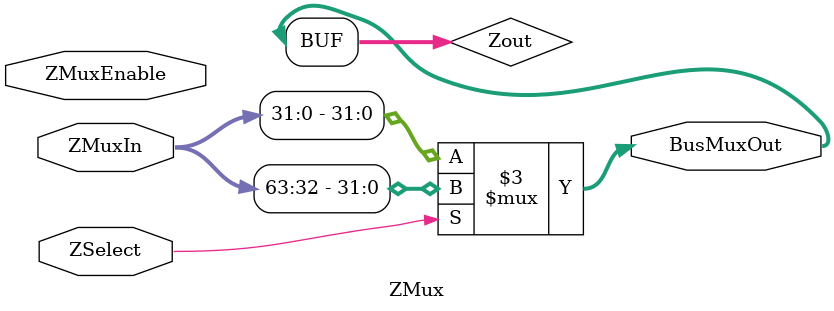
<source format=v>
module ZMux(
		input [63:0] ZMuxIn,
		input ZSelect,
		input ZMuxEnable,
		output wire [31:0]BusMuxOut
);

reg [31:0]Zout;
always @(ZMuxEnable) begin
	if (ZSelect) begin	
		Zout = ZMuxIn[63:32];
	end
	else begin
		Zout = ZMuxIn[31:0];
	end
end
assign BusMuxOut = Zout;
endmodule
</source>
